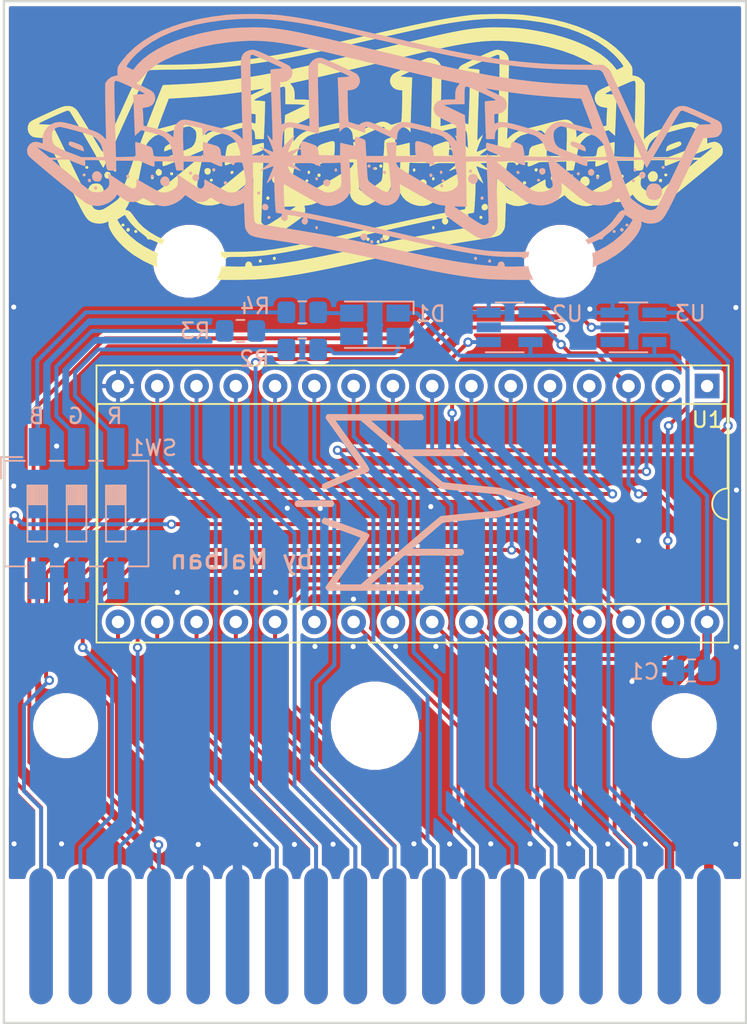
<source format=kicad_pcb>
(kicad_pcb (version 20171130) (host pcbnew "(5.1.6-87-g1447494bc)")
  (title_block (title "Vectrex Vectorblade") (date 2020-07-05) (rev v1.2))
  (layers (0 F.Cu signal) (31 B.Cu signal) (34 B.Paste user) (35 F.Paste user hide) (36 B.SilkS user) (37 F.SilkS user) (38 B.Mask user) (39 F.Mask user) (44 Edge.Cuts user))
  (net 0 "")
  (net 1 GND)
  (net 2 V-HALT)
  (net 3 V-OE)
  (net 4 V-RW)
  (net 5 V-PB6)
  (net 6 C_D7)
  (net 7 C_D6)
  (net 8 C_D5)
  (net 9 C_D4)
  (net 10 C_D3)
  (net 11 C_D0)
  (net 12 C_D1)
  (net 13 C_D2)
  (net 14 C_A8)
  (net 15 C_A9)
  (net 16 C_A11)
  (net 17 C_A10)
  (net 18 C_A7)
  (net 19 C_A6)
  (net 20 C_A5)
  (net 21 C_A4)
  (net 22 C_A3)
  (net 23 C_A2)
  (net 24 C_A1)
  (net 25 C_A0)
  (net 26 C_A12)
  (net 27 C_A13)
  (net 28 C_A14)
  (net 29 V-CART)
  (net 30 V-NMI)
  (net 31 V-IRQ)
  (net 32 +5V)
  (net 33 "Net-(D1-Pad4)")
  (net 34 "Net-(D1-Pad3)")
  (net 35 "Net-(D1-Pad2)")
  (net 36 "Net-(R2-Pad2)")
  (net 37 "Net-(R3-Pad2)")
  (net 38 "Net-(R4-Pad2)")
  (net 39 C_A15)
  (net 40 ~V-RW)
  (net 41 "Net-(U1-Pad1)")
  (net 42 C000_FFFF)
  (module vectrex-vectorblade:fighter-silkscreen-15.9x11.5 (layer B.Cu) (at 144.45 103.18)
    (fp_text reference G*** hide)
    (fp_text value LOGO hide)
  )
  (module vectrex-vectorblade:vectorblade-logo-soldermask-neg-45x17.2mm (layer B.Cu) (at 141.7 80.2 180)
    (fp_text reference G*** hide)
    (fp_text value LOGO hide)
  )
  (module vectrex-vectorblade:vectorblade-logo-silkscreen-45x17.2mm (layer B.Cu) (at 141.7 80.2 180)
    (fp_text reference G*** hide)
    (fp_text value LOGO hide)
  )
  (module vectrex-vectorblade:vectorblade-logo-soldermask-neg-45x17.2mm (layer F.Cu) (at 141.7 80.2)
    (fp_text reference G*** hide)
    (fp_text value LOGO hide)
  )
  (module vectrex-vectorblade:vectorblade-logo-silkscreen-45x17.2mm (layer F.Cu) (at 141.7 80.2)
    (fp_text reference G*** hide)
    (fp_text value LOGO hide)
  )
  (module Package_TO_SOT_SMD:SOT-23-5_HandSoldering (layer B.Cu) (at 158.42 91.87)
    (fp_text reference U3 (at 3.68 -0.9) (layer B.SilkS) (effects (justify mirror)))
    (fp_text value "SN74AHC1G04DBVR (Schmitt-Trigger)")
    (pad 5 smd rect (at 1.35 0.95) (size 1.56 0.65) (layers B.Cu B.Paste B.Mask) (net 32 +5V))
    (pad 4 smd rect (at 1.35 -0.95) (size 1.56 0.65) (layers B.Cu B.Paste B.Mask) (net 40 ~V-RW))
    (pad 3 smd rect (at -1.35 -0.95) (size 1.56 0.65) (layers B.Cu B.Paste B.Mask) (net 1 GND))
    (pad 2 smd rect (at -1.35 0) (size 1.56 0.65) (layers B.Cu B.Paste B.Mask) (net 4 V-RW))
    (pad 1 smd rect (at -1.35 0.95) (size 1.56 0.65) (layers B.Cu B.Paste B.Mask))
  )
  (module Package_TO_SOT_SMD:SOT-23-5_HandSoldering (layer B.Cu) (at 150.41 91.87)
    (fp_text reference U2 (at 3.74 -0.87) (layer B.SilkS) (effects (justify mirror)))
    (fp_text value "NC7ST08M5X (Schmitt-Trigger)")
    (pad 5 smd rect (at 1.35 0.95) (size 1.56 0.65) (layers B.Cu B.Paste B.Mask) (net 32 +5V))
    (pad 4 smd rect (at 1.35 -0.95) (size 1.56 0.65) (layers B.Cu B.Paste B.Mask) (net 42 C000_FFFF))
    (pad 3 smd rect (at -1.35 -0.95) (size 1.56 0.65) (layers B.Cu B.Paste B.Mask) (net 1 GND))
    (pad 2 smd rect (at -1.35 0) (size 1.56 0.65) (layers B.Cu B.Paste B.Mask) (net 39 C_A15))
    (pad 1 smd rect (at -1.35 0.95) (size 1.56 0.65) (layers B.Cu B.Paste B.Mask) (net 28 C_A14))
  )
  (module Package_DIP:DIP-32_W15.24mm_Socket (layer F.Cu) (at 163.18 95.66 270)
    (fp_text reference U1 (at 2.18 -0.01 180) (layer F.SilkS))
    (fp_text value SST39SF020)
    (pad 32 thru_hole oval (at 15.24 0 270) (size 1.6 1.6) (drill 0.8) (layers *.Cu *.Mask) (net 32 +5V))
    (pad 16 thru_hole oval (at 0 38.1 270) (size 1.6 1.6) (drill 0.8) (layers *.Cu *.Mask) (net 1 GND))
    (pad 31 thru_hole oval (at 15.24 2.54 270) (size 1.6 1.6) (drill 0.8) (layers *.Cu *.Mask) (net 4 V-RW))
    (pad 15 thru_hole oval (at 0 35.56 270) (size 1.6 1.6) (drill 0.8) (layers *.Cu *.Mask) (net 13 C_D2))
    (pad 30 thru_hole oval (at 15.24 5.08 270) (size 1.6 1.6) (drill 0.8) (layers *.Cu *.Mask) (net 31 V-IRQ))
    (pad 14 thru_hole oval (at 0 33.02 270) (size 1.6 1.6) (drill 0.8) (layers *.Cu *.Mask) (net 12 C_D1))
    (pad 29 thru_hole oval (at 15.24 7.62 270) (size 1.6 1.6) (drill 0.8) (layers *.Cu *.Mask) (net 28 C_A14))
    (pad 13 thru_hole oval (at 0 30.48 270) (size 1.6 1.6) (drill 0.8) (layers *.Cu *.Mask) (net 11 C_D0))
    (pad 28 thru_hole oval (at 15.24 10.16 270) (size 1.6 1.6) (drill 0.8) (layers *.Cu *.Mask) (net 27 C_A13))
    (pad 12 thru_hole oval (at 0 27.94 270) (size 1.6 1.6) (drill 0.8) (layers *.Cu *.Mask) (net 25 C_A0))
    (pad 27 thru_hole oval (at 15.24 12.7 270) (size 1.6 1.6) (drill 0.8) (layers *.Cu *.Mask) (net 14 C_A8))
    (pad 11 thru_hole oval (at 0 25.4 270) (size 1.6 1.6) (drill 0.8) (layers *.Cu *.Mask) (net 24 C_A1))
    (pad 26 thru_hole oval (at 15.24 15.24 270) (size 1.6 1.6) (drill 0.8) (layers *.Cu *.Mask) (net 15 C_A9))
    (pad 10 thru_hole oval (at 0 22.86 270) (size 1.6 1.6) (drill 0.8) (layers *.Cu *.Mask) (net 23 C_A2))
    (pad 25 thru_hole oval (at 15.24 17.78 270) (size 1.6 1.6) (drill 0.8) (layers *.Cu *.Mask) (net 16 C_A11))
    (pad 9 thru_hole oval (at 0 20.32 270) (size 1.6 1.6) (drill 0.8) (layers *.Cu *.Mask) (net 22 C_A3))
    (pad 24 thru_hole oval (at 15.24 20.32 270) (size 1.6 1.6) (drill 0.8) (layers *.Cu *.Mask) (net 40 ~V-RW))
    (pad 8 thru_hole oval (at 0 17.78 270) (size 1.6 1.6) (drill 0.8) (layers *.Cu *.Mask) (net 21 C_A4))
    (pad 23 thru_hole oval (at 15.24 22.86 270) (size 1.6 1.6) (drill 0.8) (layers *.Cu *.Mask) (net 17 C_A10))
    (pad 7 thru_hole oval (at 0 15.24 270) (size 1.6 1.6) (drill 0.8) (layers *.Cu *.Mask) (net 20 C_A5))
    (pad 22 thru_hole oval (at 15.24 25.4 270) (size 1.6 1.6) (drill 0.8) (layers *.Cu *.Mask) (net 42 C000_FFFF))
    (pad 6 thru_hole oval (at 0 12.7 270) (size 1.6 1.6) (drill 0.8) (layers *.Cu *.Mask) (net 19 C_A6))
    (pad 21 thru_hole oval (at 15.24 27.94 270) (size 1.6 1.6) (drill 0.8) (layers *.Cu *.Mask) (net 6 C_D7))
    (pad 5 thru_hole oval (at 0 10.16 270) (size 1.6 1.6) (drill 0.8) (layers *.Cu *.Mask) (net 18 C_A7))
    (pad 20 thru_hole oval (at 15.24 30.48 270) (size 1.6 1.6) (drill 0.8) (layers *.Cu *.Mask) (net 7 C_D6))
    (pad 4 thru_hole oval (at 0 7.62 270) (size 1.6 1.6) (drill 0.8) (layers *.Cu *.Mask) (net 26 C_A12))
    (pad 19 thru_hole oval (at 15.24 33.02 270) (size 1.6 1.6) (drill 0.8) (layers *.Cu *.Mask) (net 8 C_D5))
    (pad 3 thru_hole oval (at 0 5.08 270) (size 1.6 1.6) (drill 0.8) (layers *.Cu *.Mask) (net 39 C_A15))
    (pad 18 thru_hole oval (at 15.24 35.56 270) (size 1.6 1.6) (drill 0.8) (layers *.Cu *.Mask) (net 9 C_D4))
    (pad 2 thru_hole oval (at 0 2.54 270) (size 1.6 1.6) (drill 0.8) (layers *.Cu *.Mask) (net 5 V-PB6))
    (pad 17 thru_hole oval (at 15.24 38.1 270) (size 1.6 1.6) (drill 0.8) (layers *.Cu *.Mask) (net 10 C_D3))
    (pad 1 thru_hole rect (at 0 0 270) (size 1.6 1.6) (drill 0.8) (layers *.Cu *.Mask) (net 41 "Net-(U1-Pad1)"))
  )
  (module Button_Switch_SMD:SW_DIP_SPSTx03_Slide_6.7x9.18mm_W8.61mm_P2.54mm_LowProfile (layer B.Cu) (at 122.4 103.9 270)
    (fp_text reference SW1 (at -4.24 -4.97) (layer B.SilkS) (effects (justify mirror)))
    (fp_text value SW_DIP_x03)
    (pad 6 smd rect (at 4.305 2.54 270) (size 2.44 1.12) (layers B.Cu B.Paste B.Mask) (net 1 GND))
    (pad 3 smd rect (at -4.305 -2.54 270) (size 2.44 1.12) (layers B.Cu B.Paste B.Mask) (net 36 "Net-(R2-Pad2)"))
    (pad 5 smd rect (at 4.305 0 270) (size 2.44 1.12) (layers B.Cu B.Paste B.Mask) (net 1 GND))
    (pad 2 smd rect (at -4.305 0 270) (size 2.44 1.12) (layers B.Cu B.Paste B.Mask) (net 37 "Net-(R3-Pad2)"))
    (pad 4 smd rect (at 4.305 -2.54 270) (size 2.44 1.12) (layers B.Cu B.Paste B.Mask) (net 1 GND))
    (pad 1 smd rect (at -4.305 2.54 270) (size 2.44 1.12) (layers B.Cu B.Paste B.Mask) (net 38 "Net-(R4-Pad2)"))
  )
  (module vectrex-vectorblade:Mounting_Hole_D4.2mm (layer F.Cu) (at 129.7 87.6)
    (fp_text reference H5 hide)
    (fp_text value 4.2mm hide)
    (pad "" np_thru_hole circle (at 0 0) (size 4.2 4.2) (drill 4.2) (layers *.Cu *.Mask))
  )
  (module vectrex-vectorblade:Mounting_Hole_D4.2mm (layer F.Cu) (at 153.7 87.6)
    (fp_text reference H4 hide)
    (fp_text value 4.2mm hide)
    (pad "" np_thru_hole circle (at 0 0) (size 4.2 4.2) (drill 4.2) (layers *.Cu *.Mask))
  )
  (module vectrex-vectorblade:vectrex-edge-connector-thinner-no-soldermask (layer F.Cu) (at 141.7 131.2 180)
    (fp_text reference CON1 hide)
    (fp_text value vectrex-edge-connector hide)
    (pad 35 smd oval (at 21.59 0 180) (size 1.52 8.8) (layers B.Cu B.Mask) (net 5 V-PB6))
    (pad 33 smd oval (at 19.05 0 180) (size 1.52 8.8) (layers B.Cu B.Mask) (net 28 C_A14))
    (pad 31 smd oval (at 16.51 0 180) (size 1.52 8.8) (layers B.Cu B.Mask) (net 27 C_A13))
    (pad 29 smd oval (at 13.97 0 180) (size 1.52 8.8) (layers B.Cu B.Mask) (net 26 C_A12))
    (pad 27 smd oval (at 11.43 0 180) (size 1.52 8.8) (layers B.Cu B.Mask) (net 1 GND))
    (pad 25 smd oval (at 8.89 0 180) (size 1.52 8.8) (layers B.Cu B.Mask) (net 1 GND))
    (pad 23 smd oval (at 6.35 0 180) (size 1.52 8.8) (layers B.Cu B.Mask) (net 13 C_D2))
    (pad 21 smd oval (at 3.81 0 180) (size 1.52 8.8) (layers B.Cu B.Mask) (net 12 C_D1))
    (pad 19 smd oval (at 1.27 0 180) (size 1.52 8.8) (layers B.Cu B.Mask) (net 11 C_D0))
    (pad 17 smd oval (at -1.27 0 180) (size 1.52 8.8) (layers B.Cu B.Mask) (net 25 C_A0))
    (pad 15 smd oval (at -3.81 0 180) (size 1.52 8.8) (layers B.Cu B.Mask) (net 24 C_A1))
    (pad 13 smd oval (at -6.35 0 180) (size 1.52 8.8) (layers B.Cu B.Mask) (net 23 C_A2))
    (pad 11 smd oval (at -8.89 0 180) (size 1.52 8.8) (layers B.Cu B.Mask) (net 22 C_A3))
    (pad 9 smd oval (at -11.43 0 180) (size 1.52 8.8) (layers B.Cu B.Mask) (net 21 C_A4))
    (pad 7 smd oval (at -13.97 0 180) (size 1.52 8.8) (layers B.Cu B.Mask) (net 20 C_A5))
    (pad 5 smd oval (at -16.51 0 180) (size 1.52 8.8) (layers B.Cu B.Mask) (net 19 C_A6))
    (pad 3 smd oval (at -19.05 0 180) (size 1.52 8.8) (layers B.Cu B.Mask) (net 18 C_A7))
    (pad 36 smd oval (at 21.59 0 180) (size 1.52 8.8) (layers F.Cu F.Mask) (net 31 V-IRQ))
    (pad 34 smd oval (at 19.05 0 180) (size 1.52 8.8) (layers F.Cu F.Mask) (net 30 V-NMI))
    (pad 32 smd oval (at 16.51 0 180) (size 1.52 8.8) (layers F.Cu F.Mask) (net 29 V-CART))
    (pad 30 smd oval (at 13.97 0 180) (size 1.52 8.8) (layers F.Cu F.Mask) (net 4 V-RW))
    (pad 28 smd oval (at 11.43 0 180) (size 1.52 8.8) (layers F.Cu F.Mask) (net 1 GND))
    (pad 26 smd oval (at 8.89 0 180) (size 1.52 8.8) (layers F.Cu F.Mask) (net 10 C_D3))
    (pad 24 smd oval (at 6.35 0 180) (size 1.52 8.8) (layers F.Cu F.Mask) (net 9 C_D4))
    (pad 22 smd oval (at 3.81 0 180) (size 1.52 8.8) (layers F.Cu F.Mask) (net 8 C_D5))
    (pad 20 smd oval (at 1.27 0 180) (size 1.52 8.8) (layers F.Cu F.Mask) (net 7 C_D6))
    (pad 18 smd oval (at -1.27 0 180) (size 1.52 8.8) (layers F.Cu F.Mask) (net 6 C_D7))
    (pad 16 smd oval (at -3.81 0 180) (size 1.52 8.8) (layers F.Cu F.Mask) (net 39 C_A15))
    (pad 14 smd oval (at -6.35 0 180) (size 1.52 8.8) (layers F.Cu F.Mask) (net 17 C_A10))
    (pad 12 smd oval (at -8.89 0 180) (size 1.52 8.8) (layers F.Cu F.Mask) (net 3 V-OE))
    (pad 10 smd oval (at -11.43 0 180) (size 1.52 8.8) (layers F.Cu F.Mask) (net 16 C_A11))
    (pad 8 smd oval (at -13.97 0 180) (size 1.52 8.8) (layers F.Cu F.Mask) (net 15 C_A9))
    (pad 6 smd oval (at -16.51 0 180) (size 1.52 8.8) (layers F.Cu F.Mask) (net 14 C_A8))
    (pad 4 smd oval (at -19.05 0 180) (size 1.52 8.8) (layers F.Cu F.Mask) (net 32 +5V))
    (pad 2 smd oval (at -21.59 0 180) (size 1.52 8.8) (layers F.Cu F.Mask) (net 32 +5V))
    (pad 1 smd oval (at -21.59 0 180) (size 1.52 8.8) (layers B.Cu B.Mask) (net 2 V-HALT))
  )
  (module Resistor_SMD:R_0805_2012Metric_Pad1.15x1.40mm_HandSolder (layer B.Cu) (at 137 90.9 180)
    (fp_text reference R4 (at 3.05 0.4) (layer B.SilkS) (effects (justify mirror)))
    (fp_text value "200 0805")
    (pad 2 smd roundrect (at 1.025 0 180) (size 1.15 1.4) (layers B.Cu B.Paste B.Mask) (roundrect_rratio 0.2173904347826087) (net 38 "Net-(R4-Pad2)"))
    (pad 1 smd roundrect (at -1.025 0 180) (size 1.15 1.4) (layers B.Cu B.Paste B.Mask) (roundrect_rratio 0.2173904347826087) (net 35 "Net-(D1-Pad2)"))
  )
  (module Resistor_SMD:R_0805_2012Metric_Pad1.15x1.40mm_HandSolder (layer B.Cu) (at 133 92.1 180)
    (fp_text reference R3 (at 2.925 0) (layer B.SilkS) (effects (justify mirror)))
    (fp_text value "150 0805")
    (pad 2 smd roundrect (at 1.025 0 180) (size 1.15 1.4) (layers B.Cu B.Paste B.Mask) (roundrect_rratio 0.2173904347826087) (net 37 "Net-(R3-Pad2)"))
    (pad 1 smd roundrect (at -1.025 0 180) (size 1.15 1.4) (layers B.Cu B.Paste B.Mask) (roundrect_rratio 0.2173904347826087) (net 34 "Net-(D1-Pad3)"))
  )
  (module Resistor_SMD:R_0805_2012Metric_Pad1.15x1.40mm_HandSolder (layer B.Cu) (at 137 93.3 180)
    (fp_text reference R2 (at 3.1 -0.6) (layer B.SilkS) (effects (justify mirror)))
    (fp_text value "150 0805")
    (pad 2 smd roundrect (at 1.025 0 180) (size 1.15 1.4) (layers B.Cu B.Paste B.Mask) (roundrect_rratio 0.2173904347826087) (net 36 "Net-(R2-Pad2)"))
    (pad 1 smd roundrect (at -1.025 0 180) (size 1.15 1.4) (layers B.Cu B.Paste B.Mask) (roundrect_rratio 0.2173904347826087) (net 33 "Net-(D1-Pad4)"))
  )
  (module vectrex-vectorblade:LED_Avago_PLCC4_3.2x2.8mm_CW (layer B.Cu) (at 141.7 91.7 180)
    (fp_text reference D1 (at -3.6 0.7) (layer B.SilkS) (effects (justify mirror)))
    (fp_text value ASMB-MTB0-0A3A2)
    (pad 4 smd rect (at -1.5 -0.75 180) (size 1.5 1.1) (layers B.Cu B.Paste B.Mask) (net 33 "Net-(D1-Pad4)"))
    (pad 3 smd rect (at 1.5 -0.75 180) (size 1.5 1.1) (layers B.Cu B.Paste B.Mask) (net 34 "Net-(D1-Pad3)"))
    (pad 2 smd rect (at 1.5 0.75 180) (size 1.5 1.1) (layers B.Cu B.Paste B.Mask) (net 35 "Net-(D1-Pad2)"))
    (pad 1 smd rect (at -1.5 0.75 180) (size 1.5 1.1) (layers B.Cu B.Paste B.Mask) (net 32 +5V))
  )
  (module vectrex-vectorblade:Mounting_Hole_D3.7mm (layer F.Cu) (at 121.7 117.6)
    (fp_text reference H3 hide)
    (fp_text value 3.7mm hide)
    (pad "" np_thru_hole circle (at 0 0) (size 3.7 3.7) (drill 3.7) (layers *.Cu *.Mask))
  )
  (module vectrex-vectorblade:Mounting_Hole_D5.2mm (layer F.Cu) (at 141.7 117.6)
    (fp_text reference H2 hide)
    (fp_text value 5.2mm hide)
    (pad "" np_thru_hole circle (at 0 0) (size 5.2 5.2) (drill 5.2) (layers *.Cu *.Mask))
  )
  (module vectrex-vectorblade:Mounting_Hole_D3.7mm (layer F.Cu) (at 161.7 117.6)
    (fp_text reference H1 hide)
    (fp_text value 3.7mm hide)
    (pad "" np_thru_hole circle (at 0 0) (size 3.7 3.7) (drill 3.7) (layers *.Cu *.Mask))
  )
  (module Capacitor_SMD:C_0805_2012Metric_Pad1.15x1.40mm_HandSolder (layer B.Cu) (at 162.15 114.03 180)
    (fp_text reference C1 (at 3.04 -0.08) (layer B.SilkS) (effects (justify mirror)))
    (fp_text value "0.1uF 0805" hide)
    (pad 1 smd roundrect (at -1.025 0 180) (size 1.15 1.4) (layers B.Cu B.Paste B.Mask) (roundrect_rratio 0.2173904347826087) (net 32 +5V))
    (pad 2 smd roundrect (at 1.025 0 180) (size 1.15 1.4) (layers B.Cu B.Paste B.Mask) (roundrect_rratio 0.2173904347826087) (net 1 GND))
  )
  (gr_text "by Malban" (at 133.08 106.87) (layer B.SilkS) (effects (font (size 1.2 1.2) (thickness 0.2)) (justify mirror)))
  (gr_text "R  G  B" (at 122.35 97.6) (layer B.SilkS) (effects (font (size 1 1)) (justify mirror)))
  (gr_line (start 165.7 70.8) (end 117.7 70.8) (angle 90) (layer Edge.Cuts) (width 0.15))
  (gr_line (start 117.7 70.8) (end 117.7 136.8) (angle 90) (layer Edge.Cuts) (width 0.15))
  (gr_line (start 117.7 136.8) (end 165.7 136.8) (angle 90) (layer Edge.Cuts) (width 0.15))
  (gr_line (start 165.7 136.8) (end 165.7 70.8) (angle 90) (layer Edge.Cuts) (width 0.15))
  (segment (start 132.81 125.41) (end 132.81 131.2) (width 0.6096) (layer B.Cu) (net 1))
  (segment (start 130.27 122.87) (end 132.81 125.41) (width 0.6096) (layer B.Cu) (net 1))
  (via (at 130.27 125.27) (size 0.6096) (drill 0.3302) (layers F.Cu B.Cu) (net 1))
  (segment (start 130.27 131.2) (end 130.27 125.27) (width 0.6096) (layer F.Cu) (net 1))
  (segment (start 130.27 131.2) (end 130.27 125.27) (width 0.6096) (layer B.Cu) (net 1))
  (segment (start 130.27 124.33) (end 130.27 122.87) (width 0.6096) (layer B.Cu) (net 1))
  (segment (start 130.27 125.27) (end 130.27 124.33) (width 0.6096) (layer F.Cu) (net 1))
  (segment (start 128.8 121.4) (end 130.27 122.87) (width 0.6096) (layer B.Cu) (net 1))
  (via (at 133.99 125.27) (size 0.6096) (drill 0.3302) (layers F.Cu B.Cu) (net 1))
  (via (at 118.36 125.23) (size 0.6096) (drill 0.3302) (layers F.Cu B.Cu) (net 1))
  (via (at 128.92 108.99) (size 0.6096) (drill 0.3302) (layers F.Cu B.Cu) (net 1))
  (via (at 132.72 108.99) (size 0.6096) (drill 0.3302) (layers F.Cu B.Cu) (net 1))
  (via (at 135.28 108.99) (size 0.6096) (drill 0.3302) (layers F.Cu B.Cu) (net 1))
  (via (at 121.43 125.23) (size 0.6096) (drill 0.3302) (layers F.Cu B.Cu) (net 1))
  (via (at 158.32 114.74) (size 0.6096) (drill 0.3302) (layers F.Cu B.Cu) (net 1))
  (via (at 140.31 109.43) (size 0.6096) (drill 0.3302) (layers F.Cu B.Cu) (net 1))
  (via (at 145.31 103.45) (size 0.6096) (drill 0.3302) (layers F.Cu B.Cu) (net 1))
  (via (at 155.6 90.69) (size 0.6096) (drill 0.3302) (layers F.Cu B.Cu) (net 1))
  (via (at 158.75 105.65) (size 0.6096) (drill 0.3302) (layers F.Cu B.Cu) (net 1))
  (via (at 136.03 103.55) (size 0.6096) (drill 0.3302) (layers F.Cu B.Cu) (net 1))
  (via (at 136.49 125.27) (size 0.6096) (drill 0.3302) (layers F.Cu B.Cu) (net 1))
  (via (at 138.99 125.26) (size 0.6096) (drill 0.3302) (layers F.Cu B.Cu) (net 1))
  (via (at 146.53 125.24) (size 0.6096) (drill 0.3302) (layers F.Cu B.Cu) (net 1))
  (via (at 149.19 125.23) (size 0.6096) (drill 0.3302) (layers F.Cu B.Cu) (net 1))
  (via (at 151.73 125.23) (size 0.6096) (drill 0.3302) (layers F.Cu B.Cu) (net 1))
  (via (at 154.23 125.23) (size 0.6096) (drill 0.3302) (layers F.Cu B.Cu) (net 1))
  (via (at 156.76 125.24) (size 0.6096) (drill 0.3302) (layers F.Cu B.Cu) (net 1))
  (via (at 159.19 125.24) (size 0.6096) (drill 0.3302) (layers F.Cu B.Cu) (net 1))
  (via (at 138.16 103.57) (size 0.6096) (drill 0.3302) (layers F.Cu B.Cu) (net 1))
  (via (at 144.22 125.23) (size 0.6096) (drill 0.3302) (layers F.Cu B.Cu) (net 1))
  (via (at 145.64 112.48) (size 0.6096) (drill 0.3302) (layers F.Cu B.Cu) (net 1))
  (via (at 143.04 112.48) (size 0.6096) (drill 0.3302) (layers F.Cu B.Cu) (net 1))
  (via (at 140.29 112.49) (size 0.6096) (drill 0.3302) (layers F.Cu B.Cu) (net 1))
  (via (at 137.82 112.48) (size 0.6096) (drill 0.3302) (layers F.Cu B.Cu) (net 1))
  (via (at 165.04 125.25) (size 0.6096) (drill 0.3302) (layers F.Cu B.Cu) (net 1))
  (via (at 165.06 112.52) (size 0.6096) (drill 0.3302) (layers F.Cu B.Cu) (net 1))
  (via (at 165.04 90.59) (size 0.6096) (drill 0.3302) (layers F.Cu B.Cu) (net 1))
  (via (at 165.08 102.38) (size 0.6096) (drill 0.3302) (layers F.Cu B.Cu) (net 1))
  (via (at 118.34 90.56) (size 0.6096) (drill 0.3302) (layers F.Cu B.Cu) (net 1))
  (via (at 121.11 99.54) (size 0.6096) (drill 0.3302) (layers F.Cu B.Cu) (net 1))
  (via (at 121.09 105.95) (size 0.6096) (drill 0.3302) (layers F.Cu B.Cu) (net 1))
  (via (at 118.34 102.12) (size 0.6096) (drill 0.3302) (layers F.Cu B.Cu) (net 1))
  (via (at 160.64 105.65) (size 0.6096) (drill 0.3302) (layers F.Cu B.Cu) (net 4))
  (segment (start 160.64 110.9) (end 160.64 105.65) (width 0.254) (layer F.Cu) (net 4))
  (via (at 155.7 91.87) (size 0.6096) (drill 0.3302) (layers F.Cu B.Cu) (net 4))
  (segment (start 155.7 91.87) (end 157.07 91.87) (width 0.254) (layer B.Cu) (net 4))
  (via (at 160.69 98.23) (size 0.6096) (drill 0.3302) (layers F.Cu B.Cu) (net 4))
  (segment (start 161.91 97.01) (end 160.69 98.23) (width 0.254) (layer F.Cu) (net 4))
  (segment (start 160.64 105.65) (end 160.64 98.28) (width 0.254) (layer B.Cu) (net 4))
  (segment (start 160.64 98.28) (end 160.69 98.23) (width 0.254) (layer B.Cu) (net 4))
  (segment (start 155.7 91.87) (end 160.85 91.87) (width 0.254) (layer F.Cu) (net 4))
  (segment (start 160.85 91.87) (end 161.91 92.93) (width 0.254) (layer F.Cu) (net 4))
  (segment (start 161.91 92.93) (end 161.91 97.01) (width 0.254) (layer F.Cu) (net 4))
  (segment (start 119.35 119.95) (end 120.41 121.01) (width 0.254) (layer F.Cu) (net 4))
  (segment (start 119.35 105.84) (end 119.35 119.95) (width 0.254) (layer F.Cu) (net 4))
  (segment (start 121.54 121.01) (end 127.73 127.2) (width 0.254) (layer F.Cu) (net 4))
  (segment (start 127.73 127.2) (end 127.73 131.2) (width 0.254) (layer F.Cu) (net 4))
  (segment (start 120.41 121.01) (end 121.54 121.01) (width 0.254) (layer F.Cu) (net 4))
  (segment (start 154.47 90.64) (end 145.77 90.64) (width 0.254) (layer F.Cu) (net 4))
  (segment (start 145.77 90.64) (end 143.83 92.58) (width 0.254) (layer F.Cu) (net 4))
  (segment (start 119.62 105.57) (end 119.35 105.84) (width 0.254) (layer F.Cu) (net 4))
  (segment (start 119.62 97.21) (end 119.62 105.57) (width 0.254) (layer F.Cu) (net 4))
  (segment (start 143.83 92.58) (end 124.25 92.58) (width 0.254) (layer F.Cu) (net 4))
  (segment (start 124.25 92.58) (end 119.62 97.21) (width 0.254) (layer F.Cu) (net 4))
  (segment (start 155.7 91.87) (end 154.47 90.64) (width 0.254) (layer F.Cu) (net 4))
  (via (at 120.64 114.67) (size 0.6096) (drill 0.3302) (layers F.Cu B.Cu) (net 5))
  (via (at 159.26 101.18) (size 0.6096) (drill 0.3302) (layers F.Cu B.Cu) (net 5))
  (segment (start 159.26 101.18) (end 159.26 97.81) (width 0.254) (layer B.Cu) (net 5))
  (segment (start 160.64 96.43) (end 160.64 95.66) (width 0.254) (layer B.Cu) (net 5))
  (segment (start 159.26 97.81) (end 160.64 96.43) (width 0.254) (layer B.Cu) (net 5))
  (segment (start 119 121.83) (end 120.11 122.94) (width 0.254) (layer B.Cu) (net 5))
  (segment (start 120.11 122.94) (end 120.11 131.2) (width 0.254) (layer B.Cu) (net 5))
  (segment (start 119 116.31) (end 119 116.58) (width 0.254) (layer B.Cu) (net 5))
  (segment (start 120.64 114.67) (end 119 116.31) (width 0.254) (layer B.Cu) (net 5))
  (segment (start 119 116.58) (end 119 121.83) (width 0.254) (layer B.Cu) (net 5))
  (segment (start 120.43 107.77) (end 120.43 114.46) (width 0.254) (layer F.Cu) (net 5))
  (segment (start 120.43 114.46) (end 120.64 114.67) (width 0.254) (layer F.Cu) (net 5))
  (segment (start 127.02 101.18) (end 120.43 107.77) (width 0.254) (layer F.Cu) (net 5))
  (segment (start 159.26 101.18) (end 127.02 101.18) (width 0.254) (layer F.Cu) (net 5))
  (segment (start 142.97 125.37) (end 142.97 131.2) (width 0.254) (layer F.Cu) (net 6))
  (segment (start 135.24 117.64) (end 142.97 125.37) (width 0.254) (layer F.Cu) (net 6))
  (segment (start 135.24 110.9) (end 135.24 117.64) (width 0.254) (layer F.Cu) (net 6))
  (segment (start 140.43 125.43) (end 140.43 131.2) (width 0.254) (layer F.Cu) (net 7))
  (segment (start 132.7 117.7) (end 140.43 125.43) (width 0.254) (layer F.Cu) (net 7))
  (segment (start 132.7 117.7) (end 132.7 110.9) (width 0.254) (layer F.Cu) (net 7))
  (segment (start 137.89 125.39) (end 137.89 131.2) (width 0.254) (layer F.Cu) (net 8))
  (segment (start 130.16 117.66) (end 137.89 125.39) (width 0.254) (layer F.Cu) (net 8))
  (segment (start 130.16 110.9) (end 130.16 117.66) (width 0.254) (layer F.Cu) (net 8))
  (segment (start 135.35 125.45) (end 135.35 131.2) (width 0.254) (layer F.Cu) (net 9))
  (segment (start 127.62 117.72) (end 135.35 125.45) (width 0.254) (layer F.Cu) (net 9))
  (segment (start 127.62 117.72) (end 127.62 110.9) (width 0.254) (layer F.Cu) (net 9))
  (segment (start 125.08 113.93) (end 125.08 110.9) (width 0.254) (layer F.Cu) (net 10))
  (segment (start 126.1 114.95) (end 125.08 113.93) (width 0.254) (layer F.Cu) (net 10))
  (segment (start 126.1 118.7) (end 126.1 114.95) (width 0.254) (layer F.Cu) (net 10))
  (segment (start 132.81 125.41) (end 126.1 118.7) (width 0.254) (layer F.Cu) (net 10))
  (segment (start 132.81 131.2) (end 132.81 125.41) (width 0.254) (layer F.Cu) (net 10))
  (segment (start 140.43 125.43) (end 140.43 131.2) (width 0.254) (layer B.Cu) (net 11))
  (segment (start 136.5 121.5) (end 140.43 125.43) (width 0.254) (layer B.Cu) (net 11))
  (segment (start 136.5 105.18) (end 136.5 121.5) (width 0.254) (layer B.Cu) (net 11))
  (segment (start 132.7 101.38) (end 136.5 105.18) (width 0.254) (layer B.Cu) (net 11))
  (segment (start 132.7 95.66) (end 132.7 101.38) (width 0.254) (layer B.Cu) (net 11))
  (segment (start 137.89 125.44) (end 137.89 131.2) (width 0.254) (layer B.Cu) (net 12))
  (segment (start 134 104.31) (end 134 121.55) (width 0.254) (layer B.Cu) (net 12))
  (segment (start 134 121.55) (end 137.89 125.44) (width 0.254) (layer B.Cu) (net 12))
  (segment (start 130.16 100.47) (end 134 104.31) (width 0.254) (layer B.Cu) (net 12))
  (segment (start 130.16 95.66) (end 130.16 100.47) (width 0.254) (layer B.Cu) (net 12))
  (segment (start 135.35 125.45) (end 135.35 131.2) (width 0.254) (layer B.Cu) (net 13))
  (segment (start 131.4 121.5) (end 135.35 125.45) (width 0.254) (layer B.Cu) (net 13))
  (segment (start 131.4 104.25) (end 131.4 121.5) (width 0.254) (layer B.Cu) (net 13))
  (segment (start 127.62 100.47) (end 131.4 104.25) (width 0.254) (layer B.Cu) (net 13))
  (segment (start 127.62 95.66) (end 127.62 100.47) (width 0.254) (layer B.Cu) (net 13))
  (segment (start 157.2 117.62) (end 150.48 110.9) (width 0.254) (layer F.Cu) (net 14))
  (segment (start 157.2 124.5) (end 157.2 117.62) (width 0.254) (layer F.Cu) (net 14))
  (segment (start 158.21 125.51) (end 157.2 124.5) (width 0.254) (layer F.Cu) (net 14))
  (segment (start 158.21 131.2) (end 158.21 125.51) (width 0.254) (layer F.Cu) (net 14))
  (segment (start 154.7 117.66) (end 147.94 110.9) (width 0.254) (layer F.Cu) (net 15))
  (segment (start 154.7 124.5) (end 154.7 117.66) (width 0.254) (layer F.Cu) (net 15))
  (segment (start 155.67 125.47) (end 154.7 124.5) (width 0.254) (layer F.Cu) (net 15))
  (segment (start 155.67 131.2) (end 155.67 125.47) (width 0.254) (layer F.Cu) (net 15))
  (segment (start 152.2 124.5) (end 153.13 125.43) (width 0.254) (layer F.Cu) (net 16))
  (segment (start 152.2 117.7) (end 152.2 124.5) (width 0.254) (layer F.Cu) (net 16))
  (segment (start 153.13 125.43) (end 153.13 131.2) (width 0.254) (layer F.Cu) (net 16))
  (segment (start 152.2 117.7) (end 145.4 110.9) (width 0.254) (layer F.Cu) (net 16))
  (segment (start 147.1 117.68) (end 140.32 110.9) (width 0.254) (layer F.Cu) (net 17))
  (segment (start 147.1 124.5) (end 147.1 117.68) (width 0.254) (layer F.Cu) (net 17))
  (segment (start 148.05 125.45) (end 147.1 124.5) (width 0.254) (layer F.Cu) (net 17))
  (segment (start 148.05 131.2) (end 148.05 125.45) (width 0.254) (layer F.Cu) (net 17))
  (segment (start 156.8 121.5) (end 160.75 125.45) (width 0.254) (layer B.Cu) (net 18))
  (segment (start 160.75 125.45) (end 160.75 131.2) (width 0.254) (layer B.Cu) (net 18))
  (segment (start 153.02 100.41) (end 156.8 104.19) (width 0.254) (layer B.Cu) (net 18))
  (segment (start 156.8 104.19) (end 156.8 121.5) (width 0.254) (layer B.Cu) (net 18))
  (segment (start 153.02 95.66) (end 153.02 100.41) (width 0.254) (layer B.Cu) (net 18))
  (segment (start 158.21 125.41) (end 158.21 131.2) (width 0.254) (layer B.Cu) (net 19))
  (segment (start 154.3 121.5) (end 158.21 125.41) (width 0.254) (layer B.Cu) (net 19))
  (segment (start 154.3 103.29) (end 154.3 121.5) (width 0.254) (layer B.Cu) (net 19))
  (segment (start 150.48 99.47) (end 154.3 103.29) (width 0.254) (layer B.Cu) (net 19))
  (segment (start 150.48 95.66) (end 150.48 99.47) (width 0.254) (layer B.Cu) (net 19))
  (segment (start 155.67 125.47) (end 155.67 131.2) (width 0.254) (layer B.Cu) (net 20))
  (segment (start 151.8 121.6) (end 155.67 125.47) (width 0.254) (layer B.Cu) (net 20))
  (segment (start 151.8 102.8) (end 151.8 121.6) (width 0.254) (layer B.Cu) (net 20))
  (segment (start 147.94 98.94) (end 151.8 102.8) (width 0.254) (layer B.Cu) (net 20))
  (segment (start 147.94 98.94) (end 147.94 95.66) (width 0.254) (layer B.Cu) (net 20))
  (segment (start 149.2 121.5) (end 153.13 125.43) (width 0.254) (layer B.Cu) (net 21))
  (segment (start 149.2 103.99) (end 149.2 121.5) (width 0.254) (layer B.Cu) (net 21))
  (segment (start 145.4 100.19) (end 149.2 103.99) (width 0.254) (layer B.Cu) (net 21))
  (segment (start 153.13 125.43) (end 153.13 131.2) (width 0.254) (layer B.Cu) (net 21))
  (segment (start 145.4 95.66) (end 145.4 100.19) (width 0.254) (layer B.Cu) (net 21))
  (segment (start 150.59 125.44) (end 150.59 131.2) (width 0.254) (layer B.Cu) (net 22))
  (segment (start 146.65 103.34) (end 146.65 121.5) (width 0.254) (layer B.Cu) (net 22))
  (segment (start 142.86 99.55) (end 146.65 103.34) (width 0.254) (layer B.Cu) (net 22))
  (segment (start 146.65 121.5) (end 150.59 125.44) (width 0.254) (layer B.Cu) (net 22))
  (segment (start 142.86 95.66) (end 142.86 99.55) (width 0.254) (layer B.Cu) (net 22))
  (segment (start 148.05 125.45) (end 148.05 131.2) (width 0.254) (layer B.Cu) (net 23))
  (segment (start 145.9 123.3) (end 148.05 125.45) (width 0.254) (layer B.Cu) (net 23))
  (segment (start 145.9 114.55) (end 145.9 123.3) (width 0.254) (layer B.Cu) (net 23))
  (segment (start 140.32 98.92) (end 144.2 102.8) (width 0.254) (layer B.Cu) (net 23))
  (segment (start 144.2 112.85) (end 145.9 114.55) (width 0.254) (layer B.Cu) (net 23))
  (segment (start 144.2 102.8) (end 144.2 112.85) (width 0.254) (layer B.Cu) (net 23))
  (segment (start 140.32 95.66) (end 140.32 98.92) (width 0.254) (layer B.Cu) (net 23))
  (segment (start 145.51 125.41) (end 145.51 131.2) (width 0.254) (layer B.Cu) (net 24))
  (segment (start 145.1 125) (end 145.51 125.41) (width 0.254) (layer B.Cu) (net 24))
  (segment (start 137.78 100.37) (end 141.6 104.19) (width 0.254) (layer B.Cu) (net 24))
  (segment (start 145.1 115.7) (end 145.1 125) (width 0.254) (layer B.Cu) (net 24))
  (segment (start 141.6 104.19) (end 141.6 112.2) (width 0.254) (layer B.Cu) (net 24))
  (segment (start 141.6 112.2) (end 145.1 115.7) (width 0.254) (layer B.Cu) (net 24))
  (segment (start 137.78 95.66) (end 137.78 100.37) (width 0.254) (layer B.Cu) (net 24))
  (segment (start 142.97 125.42) (end 142.97 131.2) (width 0.254) (layer B.Cu) (net 25))
  (segment (start 139.073801 113.676199) (end 137.9 114.85) (width 0.254) (layer B.Cu) (net 25))
  (segment (start 139.073801 103.373801) (end 139.073801 113.676199) (width 0.254) (layer B.Cu) (net 25))
  (segment (start 137.9 120.35) (end 142.97 125.42) (width 0.254) (layer B.Cu) (net 25))
  (segment (start 135.24 99.54) (end 139.073801 103.373801) (width 0.254) (layer B.Cu) (net 25))
  (segment (start 137.9 114.85) (end 137.9 120.35) (width 0.254) (layer B.Cu) (net 25))
  (segment (start 135.24 95.66) (end 135.24 99.54) (width 0.254) (layer B.Cu) (net 25))
  (via (at 127.7 125.300002) (size 0.6096) (drill 0.3302) (layers F.Cu B.Cu) (net 26))
  (segment (start 127.73 131.2) (end 127.73 125.330002) (width 0.254) (layer B.Cu) (net 26))
  (segment (start 127.73 125.330002) (end 127.7 125.300002) (width 0.254) (layer B.Cu) (net 26))
  (via (at 157.06 102.63) (size 0.6096) (drill 0.3302) (layers F.Cu B.Cu) (net 26))
  (segment (start 155.56 101.13) (end 157.06 102.63) (width 0.254) (layer B.Cu) (net 26))
  (segment (start 155.56 95.66) (end 155.56 101.13) (width 0.254) (layer B.Cu) (net 26))
  (segment (start 128.02 102.63) (end 157.06 102.63) (width 0.254) (layer F.Cu) (net 26))
  (segment (start 121.45 109.2) (end 128.02 102.63) (width 0.254) (layer F.Cu) (net 26))
  (segment (start 121.45 113.226804) (end 121.45 109.2) (width 0.254) (layer F.Cu) (net 26))
  (segment (start 124.5 116.276804) (end 121.45 113.226804) (width 0.254) (layer F.Cu) (net 26))
  (segment (start 124.5 122.100002) (end 124.5 116.276804) (width 0.254) (layer F.Cu) (net 26))
  (segment (start 127.7 125.300002) (end 124.5 122.100002) (width 0.254) (layer F.Cu) (net 26))
  (segment (start 125.19 125.41) (end 126.35 124.25) (width 0.254) (layer B.Cu) (net 27))
  (segment (start 126.35 124.25) (end 126.35 113.250008) (width 0.254) (layer B.Cu) (net 27))
  (segment (start 125.19 131.2) (end 125.19 125.41) (width 0.254) (layer B.Cu) (net 27))
  (via (at 126.35 112.55) (size 0.6096) (drill 0.3302) (layers F.Cu B.Cu) (net 27))
  (segment (start 126.35 113.250008) (end 126.35 112.55) (width 0.254) (layer B.Cu) (net 27))
  (segment (start 126.35 109.3) (end 126.35 112.55) (width 0.254) (layer F.Cu) (net 27))
  (segment (start 128.04 107.61) (end 126.35 109.3) (width 0.254) (layer F.Cu) (net 27))
  (segment (start 153.02 110.03) (end 150.6 107.61) (width 0.254) (layer F.Cu) (net 27))
  (segment (start 150.6 107.61) (end 128.04 107.61) (width 0.254) (layer F.Cu) (net 27))
  (segment (start 153.02 110.9) (end 153.02 110.03) (width 0.254) (layer F.Cu) (net 27))
  (segment (start 127 106.25) (end 122.800006 110.449994) (width 0.254) (layer F.Cu) (net 28))
  (segment (start 122.800006 110.449994) (end 122.800006 112.549998) (width 0.254) (layer F.Cu) (net 28))
  (segment (start 155.56 110.9) (end 150.91 106.25) (width 0.254) (layer F.Cu) (net 28))
  (segment (start 124.7 114.449992) (end 122.800006 112.549998) (width 0.254) (layer B.Cu) (net 28))
  (segment (start 122.65 125.45) (end 124.7 123.4) (width 0.254) (layer B.Cu) (net 28))
  (via (at 122.800006 112.549998) (size 0.6096) (drill 0.3302) (layers F.Cu B.Cu) (net 28))
  (segment (start 122.65 131.2) (end 122.65 125.45) (width 0.254) (layer B.Cu) (net 28))
  (segment (start 124.7 123.4) (end 124.7 114.449992) (width 0.254) (layer B.Cu) (net 28))
  (via (at 147.72 92.83) (size 0.6096) (drill 0.3302) (layers F.Cu B.Cu) (net 28))
  (segment (start 147.73 92.82) (end 147.72 92.83) (width 0.254) (layer B.Cu) (net 28))
  (segment (start 149.06 92.82) (end 147.73 92.82) (width 0.254) (layer B.Cu) (net 28))
  (via (at 146.69 97.41) (size 0.6096) (drill 0.3302) (layers F.Cu B.Cu) (net 28))
  (segment (start 146.69 93.86) (end 146.69 97.41) (width 0.254) (layer F.Cu) (net 28))
  (segment (start 147.72 92.83) (end 146.69 93.86) (width 0.254) (layer F.Cu) (net 28))
  (via (at 150.54 106.25) (size 0.6096) (drill 0.3302) (layers F.Cu B.Cu) (net 28))
  (segment (start 150.54 106.25) (end 127 106.25) (width 0.254) (layer F.Cu) (net 28))
  (segment (start 150.91 106.25) (end 150.54 106.25) (width 0.254) (layer F.Cu) (net 28))
  (segment (start 150.54 103.45) (end 150.54 106.25) (width 0.254) (layer B.Cu) (net 28))
  (segment (start 146.69 99.6) (end 150.54 103.45) (width 0.254) (layer B.Cu) (net 28))
  (segment (start 146.69 97.41) (end 146.69 99.6) (width 0.254) (layer B.Cu) (net 28))
  (segment (start 158.1 110.9) (end 151.78 104.58) (width 0.254) (layer F.Cu) (net 31))
  (via (at 128.54 104.59) (size 0.6096) (drill 0.3302) (layers F.Cu B.Cu) (net 31))
  (segment (start 128.55 104.58) (end 128.54 104.59) (width 0.254) (layer F.Cu) (net 31))
  (segment (start 129.19 104.58) (end 128.55 104.58) (width 0.254) (layer F.Cu) (net 31))
  (segment (start 151.78 104.58) (end 129.19 104.58) (width 0.254) (layer F.Cu) (net 31))
  (segment (start 129.19 104.58) (end 128.78 104.58) (width 0.254) (layer F.Cu) (net 31))
  (via (at 118.38 104.03) (size 0.6096) (drill 0.3302) (layers F.Cu B.Cu) (net 31))
  (segment (start 128.54 104.59) (end 118.94 104.59) (width 0.254) (layer B.Cu) (net 31))
  (segment (start 118.94 104.59) (end 118.38 104.03) (width 0.254) (layer B.Cu) (net 31))
  (segment (start 118.19 120.97) (end 118.19 104.22) (width 0.254) (layer F.Cu) (net 31))
  (segment (start 118.19 104.22) (end 118.38 104.03) (width 0.254) (layer F.Cu) (net 31))
  (segment (start 120.11 122.89) (end 118.19 120.97) (width 0.254) (layer F.Cu) (net 31))
  (segment (start 120.11 131.2) (end 120.11 122.89) (width 0.254) (layer F.Cu) (net 31))
  (segment (start 160.75 125.398) (end 160.75 131.2) (width 0.6096) (layer F.Cu) (net 32))
  (segment (start 163.29 131.2) (end 163.29 125.99) (width 0.6096) (layer F.Cu) (net 32))
  (segment (start 162.698 125.398) (end 160.75 125.398) (width 0.6096) (layer F.Cu) (net 32))
  (segment (start 163.29 125.99) (end 162.698 125.398) (width 0.6096) (layer F.Cu) (net 32))
  (segment (start 163.175 110.905) (end 163.18 110.9) (width 0.254) (layer B.Cu) (net 32))
  (segment (start 163.175 114.03) (end 163.175 110.905) (width 0.4) (layer B.Cu) (net 32))
  (segment (start 163.18 112.77) (end 163.18 110.9) (width 0.6096) (layer F.Cu) (net 32))
  (segment (start 161.23 114.72) (end 163.18 112.77) (width 0.6096) (layer F.Cu) (net 32))
  (segment (start 160.24 114.72) (end 161.23 114.72) (width 0.6096) (layer F.Cu) (net 32))
  (segment (start 158.8 116.16) (end 160.24 114.72) (width 0.6096) (layer F.Cu) (net 32))
  (segment (start 158.8 123.448) (end 158.8 116.16) (width 0.6096) (layer F.Cu) (net 32))
  (segment (start 160.75 125.398) (end 158.8 123.448) (width 0.6096) (layer F.Cu) (net 32))
  (segment (start 159.77 93.6) (end 159.67 93.7) (width 0.254) (layer B.Cu) (net 32))
  (segment (start 159.77 92.82) (end 159.77 93.6) (width 0.254) (layer B.Cu) (net 32))
  (segment (start 151.76 93.64) (end 151.82 93.7) (width 0.254) (layer B.Cu) (net 32))
  (segment (start 151.76 92.82) (end 151.76 93.64) (width 0.254) (layer B.Cu) (net 32))
  (segment (start 151.82 93.7) (end 159.67 93.7) (width 0.254) (layer B.Cu) (net 32))
  (segment (start 144.42 90.95) (end 143.2 90.95) (width 0.254) (layer B.Cu) (net 32))
  (segment (start 147.17 93.7) (end 144.42 90.95) (width 0.254) (layer B.Cu) (net 32))
  (segment (start 151.82 93.7) (end 147.17 93.7) (width 0.254) (layer B.Cu) (net 32))
  (segment (start 163.18 102.75) (end 163.18 110.9) (width 0.254) (layer B.Cu) (net 32))
  (segment (start 161.92 101.49) (end 163.18 102.75) (width 0.254) (layer B.Cu) (net 32))
  (segment (start 161.92 94.62) (end 161.92 101.49) (width 0.254) (layer B.Cu) (net 32))
  (segment (start 161 93.7) (end 161.92 94.62) (width 0.254) (layer B.Cu) (net 32))
  (segment (start 159.67 93.7) (end 161 93.7) (width 0.254) (layer B.Cu) (net 32))
  (segment (start 142.95 93.55) (end 139.05 93.55) (width 0.254) (layer B.Cu) (net 33))
  (segment (start 143.2 93.3) (end 142.95 93.55) (width 0.254) (layer B.Cu) (net 33))
  (segment (start 138.8 93.3) (end 138.025 93.3) (width 0.254) (layer B.Cu) (net 33))
  (segment (start 139.05 93.55) (end 138.8 93.3) (width 0.254) (layer B.Cu) (net 33))
  (segment (start 143.2 92.45) (end 143.2 93.3) (width 0.254) (layer B.Cu) (net 33))
  (segment (start 139.85 92.1) (end 134.125 92.1) (width 0.254) (layer B.Cu) (net 34))
  (segment (start 134.125 92.1) (end 134.025 92) (width 0.254) (layer B.Cu) (net 34))
  (segment (start 140.2 92.45) (end 139.85 92.1) (width 0.254) (layer B.Cu) (net 34))
  (segment (start 138.075 90.95) (end 138.025 90.9) (width 0.254) (layer B.Cu) (net 35))
  (segment (start 140.2 90.95) (end 138.075 90.95) (width 0.254) (layer B.Cu) (net 35))
  (segment (start 123.8 93.3) (end 135.975 93.3) (width 0.254) (layer B.Cu) (net 36))
  (segment (start 122.3 96.3) (end 122.3 94.8) (width 0.254) (layer B.Cu) (net 36))
  (segment (start 124.94 98.94) (end 122.3 96.3) (width 0.254) (layer B.Cu) (net 36))
  (segment (start 122.3 94.8) (end 123.8 93.3) (width 0.254) (layer B.Cu) (net 36))
  (segment (start 124.94 99.59) (end 124.94 98.94) (width 0.254) (layer B.Cu) (net 36))
  (segment (start 121.1 94.4) (end 123.4 92.1) (width 0.254) (layer B.Cu) (net 37))
  (segment (start 121.1 97.6) (end 121.1 94.4) (width 0.254) (layer B.Cu) (net 37))
  (segment (start 123.4 92.1) (end 131.975 92.1) (width 0.254) (layer B.Cu) (net 37))
  (segment (start 122.4 98.9) (end 121.1 97.6) (width 0.254) (layer B.Cu) (net 37))
  (segment (start 122.4 99.59) (end 122.4 98.9) (width 0.254) (layer B.Cu) (net 37))
  (segment (start 123 90.9) (end 135.975 90.9) (width 0.254) (layer B.Cu) (net 38))
  (segment (start 119.86 94.04) (end 123 90.9) (width 0.254) (layer B.Cu) (net 38))
  (segment (start 119.86 99.59) (end 119.86 94.04) (width 0.254) (layer B.Cu) (net 38))
  (via (at 158.76 102.629999) (size 0.6096) (drill 0.3302) (layers F.Cu B.Cu) (net 39))
  (segment (start 158.1 101.969999) (end 158.76 102.629999) (width 0.254) (layer B.Cu) (net 39))
  (segment (start 158.1 95.66) (end 158.1 101.969999) (width 0.254) (layer B.Cu) (net 39))
  (via (at 153.74 92.98) (size 0.6096) (drill 0.3302) (layers F.Cu B.Cu) (net 39))
  (segment (start 152.63 91.87) (end 153.74 92.98) (width 0.254) (layer B.Cu) (net 39))
  (segment (start 149.06 91.87) (end 152.63 91.87) (width 0.254) (layer B.Cu) (net 39))
  (segment (start 154.32 93.55) (end 153.75 92.98) (width 0.254) (layer F.Cu) (net 39))
  (segment (start 155.99 93.55) (end 154.32 93.55) (width 0.254) (layer F.Cu) (net 39))
  (segment (start 153.75 92.98) (end 153.74 92.98) (width 0.254) (layer F.Cu) (net 39))
  (segment (start 158.1 95.66) (end 155.99 93.55) (width 0.254) (layer F.Cu) (net 39))
  (segment (start 160.069999 102.629999) (end 158.76 102.629999) (width 0.254) (layer F.Cu) (net 39))
  (segment (start 161.91 104.47) (end 160.069999 102.629999) (width 0.254) (layer F.Cu) (net 39))
  (segment (start 161.91 111.94) (end 161.91 104.47) (width 0.254) (layer F.Cu) (net 39))
  (segment (start 153.58 113.29) (end 160.56 113.29) (width 0.254) (layer F.Cu) (net 39))
  (segment (start 151.78 111.49) (end 153.58 113.29) (width 0.254) (layer F.Cu) (net 39))
  (segment (start 151.78 110.34) (end 151.78 111.49) (width 0.254) (layer F.Cu) (net 39))
  (segment (start 150.17 108.73) (end 151.78 110.34) (width 0.254) (layer F.Cu) (net 39))
  (segment (start 160.56 113.29) (end 161.91 111.94) (width 0.254) (layer F.Cu) (net 39))
  (segment (start 137.43 108.73) (end 150.17 108.73) (width 0.254) (layer F.Cu) (net 39))
  (segment (start 140.229001 120.479001) (end 138.820999 119.070999) (width 0.254) (layer F.Cu) (net 39))
  (segment (start 136.51 109.65) (end 137.43 108.73) (width 0.254) (layer F.Cu) (net 39))
  (segment (start 138.820999 119.070999) (end 138.820999 118.610999) (width 0.254) (layer F.Cu) (net 39))
  (segment (start 140.589001 120.479001) (end 140.229001 120.479001) (width 0.254) (layer F.Cu) (net 39))
  (segment (start 136.51 116.3) (end 136.51 109.65) (width 0.254) (layer F.Cu) (net 39))
  (segment (start 145.51 125.4) (end 140.589001 120.479001) (width 0.254) (layer F.Cu) (net 39))
  (segment (start 138.820999 118.610999) (end 136.51 116.3) (width 0.254) (layer F.Cu) (net 39))
  (segment (start 145.51 131.2) (end 145.51 125.4) (width 0.254) (layer F.Cu) (net 39))
  (segment (start 159.77 90.92) (end 161.42 90.92) (width 0.254) (layer B.Cu) (net 40))
  (segment (start 161.42 90.92) (end 164.53 94.03) (width 0.254) (layer B.Cu) (net 40))
  (segment (start 164.53 97.43) (end 164.53 97.48) (width 0.254) (layer B.Cu) (net 40))
  (segment (start 164.53 94.03) (end 164.53 97.43) (width 0.254) (layer B.Cu) (net 40))
  (via (at 164.540034 98.22) (size 0.6096) (drill 0.3302) (layers F.Cu B.Cu) (net 40))
  (segment (start 164.53 98.209966) (end 164.540034 98.22) (width 0.254) (layer B.Cu) (net 40))
  (segment (start 164.53 97.43) (end 164.53 98.209966) (width 0.254) (layer B.Cu) (net 40))
  (segment (start 164.540034 98.22) (end 162.950034 99.81) (width 0.254) (layer F.Cu) (net 40))
  (segment (start 142.86 110.9) (end 142.86 103.39) (width 0.254) (layer B.Cu) (net 40))
  (via (at 139.28 99.81) (size 0.6096) (drill 0.3302) (layers F.Cu B.Cu) (net 40))
  (segment (start 162.950034 99.81) (end 139.28 99.81) (width 0.254) (layer F.Cu) (net 40))
  (segment (start 142.86 103.39) (end 139.28 99.81) (width 0.254) (layer B.Cu) (net 40))
  (via (at 133.98 94.14) (size 0.6096) (drill 0.3302) (layers F.Cu B.Cu) (net 42))
  (segment (start 137.78 104.2) (end 133.98 100.4) (width 0.254) (layer B.Cu) (net 42))
  (segment (start 133.98 100.4) (end 133.98 94.14) (width 0.254) (layer B.Cu) (net 42))
  (segment (start 137.78 110.9) (end 137.78 104.2) (width 0.254) (layer B.Cu) (net 42))
  (segment (start 152.76 90.92) (end 153.72 91.88) (width 0.254) (layer B.Cu) (net 42))
  (segment (start 151.76 90.92) (end 152.76 90.92) (width 0.254) (layer B.Cu) (net 42))
  (via (at 153.72 91.88) (size 0.6096) (drill 0.3302) (layers F.Cu B.Cu) (net 42))
  (segment (start 146.57 91.88) (end 153.72 91.88) (width 0.254) (layer F.Cu) (net 42))
  (segment (start 144.53 93.92) (end 146.57 91.88) (width 0.254) (layer F.Cu) (net 42))
  (segment (start 134.2 93.92) (end 144.53 93.92) (width 0.254) (layer F.Cu) (net 42))
  (segment (start 133.98 94.14) (end 134.2 93.92) (width 0.254) (layer F.Cu) (net 42))
  (zone (net 1) (net_name GND) (layer F.Cu) (connect_pads (clearance 0.254)) (min_thickness 0.2) (fill yes (arc_segments 32) (thermal_gap 0.254) (thermal_bridge_width 0.254))
    (polygon (pts (xy 165.7 127.5) (xy 117.7 127.5) (xy 117.7 70.8) (xy 165.7 70.8)))
  )
  (zone (net 1) (net_name GND) (layer B.Cu) (connect_pads (clearance 0.254)) (min_thickness 0.2) (fill yes (arc_segments 32) (thermal_gap 0.254) (thermal_bridge_width 0.254))
    (polygon (pts (xy 165.7 127.5) (xy 117.7 127.5) (xy 117.7 70.8) (xy 165.7 70.8)))
  )
)
</source>
